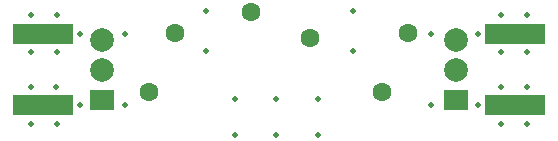
<source format=gbs>
G04 #@! TF.FileFunction,Soldermask,Bot*
%FSLAX46Y46*%
G04 Gerber Fmt 4.6, Leading zero omitted, Abs format (unit mm)*
G04 Created by KiCad (PCBNEW 0.201510291901+6286~30~ubuntu14.04.1-product) date Sat 07 Nov 2015 01:58:48 PM PST*
%MOMM*%
G01*
G04 APERTURE LIST*
%ADD10C,0.100000*%
%ADD11C,0.500000*%
%ADD12R,5.080000X1.800000*%
%ADD13C,0.300000*%
%ADD14C,1.600000*%
%ADD15R,2.032000X1.727200*%
%ADD16C,2.000000*%
G04 APERTURE END LIST*
D10*
D11*
X128800000Y-86000000D03*
X116300000Y-86000000D03*
X116300000Y-89400000D03*
X128800000Y-89400000D03*
X109500000Y-88000000D03*
X135400000Y-88000000D03*
X109500000Y-94000000D03*
X135400000Y-94000000D03*
X125800000Y-93500000D03*
X125800000Y-96500000D03*
X122300000Y-96500000D03*
X122300000Y-93500000D03*
X118800000Y-96500000D03*
X118800000Y-93500000D03*
X139350000Y-94000000D03*
X139350000Y-88000000D03*
X143500000Y-92500000D03*
X141300000Y-92500000D03*
X143500000Y-89500000D03*
X141300000Y-89500000D03*
X141300000Y-86400000D03*
X143500000Y-86400000D03*
X143500000Y-95600000D03*
X141300000Y-95600000D03*
X103650000Y-92500000D03*
X101500000Y-92500000D03*
X101500000Y-89500000D03*
X103700000Y-89500000D03*
X103700000Y-86400000D03*
X101500000Y-86400000D03*
X103700000Y-95600000D03*
X101500000Y-95600000D03*
X105700000Y-88000000D03*
X105700000Y-94000000D03*
D12*
X102560000Y-88000000D03*
D13*
X104600000Y-88000000D03*
X100600000Y-88000000D03*
X101600000Y-88500000D03*
X101600000Y-87500000D03*
X102600000Y-88000000D03*
X103600000Y-88500000D03*
X103600000Y-87500000D03*
X104600000Y-94000000D03*
X100600000Y-94000000D03*
X101600000Y-94500000D03*
X101600000Y-93500000D03*
X102600000Y-94000000D03*
X103600000Y-94500000D03*
X103600000Y-93500000D03*
D12*
X102560000Y-94000000D03*
X142460000Y-88000000D03*
D13*
X144500000Y-88000000D03*
X140500000Y-88000000D03*
X141500000Y-88500000D03*
X141500000Y-87500000D03*
X142500000Y-88000000D03*
X143500000Y-88500000D03*
X143500000Y-87500000D03*
X144500000Y-94000000D03*
X140500000Y-94000000D03*
X141500000Y-94500000D03*
X141500000Y-93500000D03*
X142500000Y-94000000D03*
X143500000Y-94500000D03*
X143500000Y-93500000D03*
D12*
X142460000Y-94000000D03*
D14*
X133400000Y-87900000D03*
X131200000Y-92900000D03*
X120150000Y-86150000D03*
X125150000Y-88350000D03*
X111500000Y-92900000D03*
X113700000Y-87900000D03*
D15*
X137500000Y-93550000D03*
D16*
X137500000Y-91010000D03*
X137500000Y-88470000D03*
D15*
X107500000Y-93550000D03*
D16*
X107500000Y-91010000D03*
X107500000Y-88470000D03*
M02*

</source>
